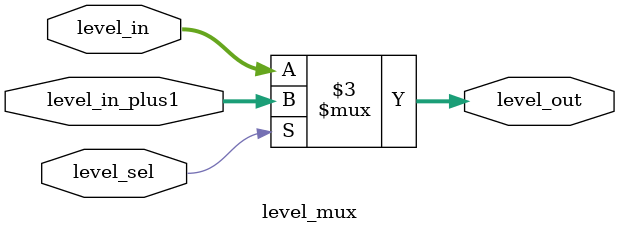
<source format=sv>
module hp_mux(input logic [5:0] hp_prev, hp_new,
				  input logic sel,
				  output logic [5:0] hp_to_pkmnreg);
				  
				  
				 always_comb
				 begin
				 if(sel)
				 hp_to_pkmnreg = hp_new;
				 else
				 hp_to_pkmnreg = hp_prev;
				 end
				 endmodule
				 
				 
module xp_mux(input logic [7:0] xp_prev, xp_new,
				  input logic sel,
				  output logic [7:0] xp_to_pkmnreg);
	
				  always_comb
				  begin
				  if(sel)
				  xp_to_pkmnreg = xp_new;
				  else
				  xp_to_pkmnreg = xp_prev;
				  
				  end
				  endmodule
				  
module level_mux(input logic [3:0] level_in, level_in_plus1,
					  input logic level_sel,
					  output logic [3:0] level_out);
	
				  always_comb
				  begin
				  if(level_sel)
				  level_out = level_in_plus1;
				  else 
				  level_out = level_in;
				  end
				  
				  endmodule
				  
</source>
